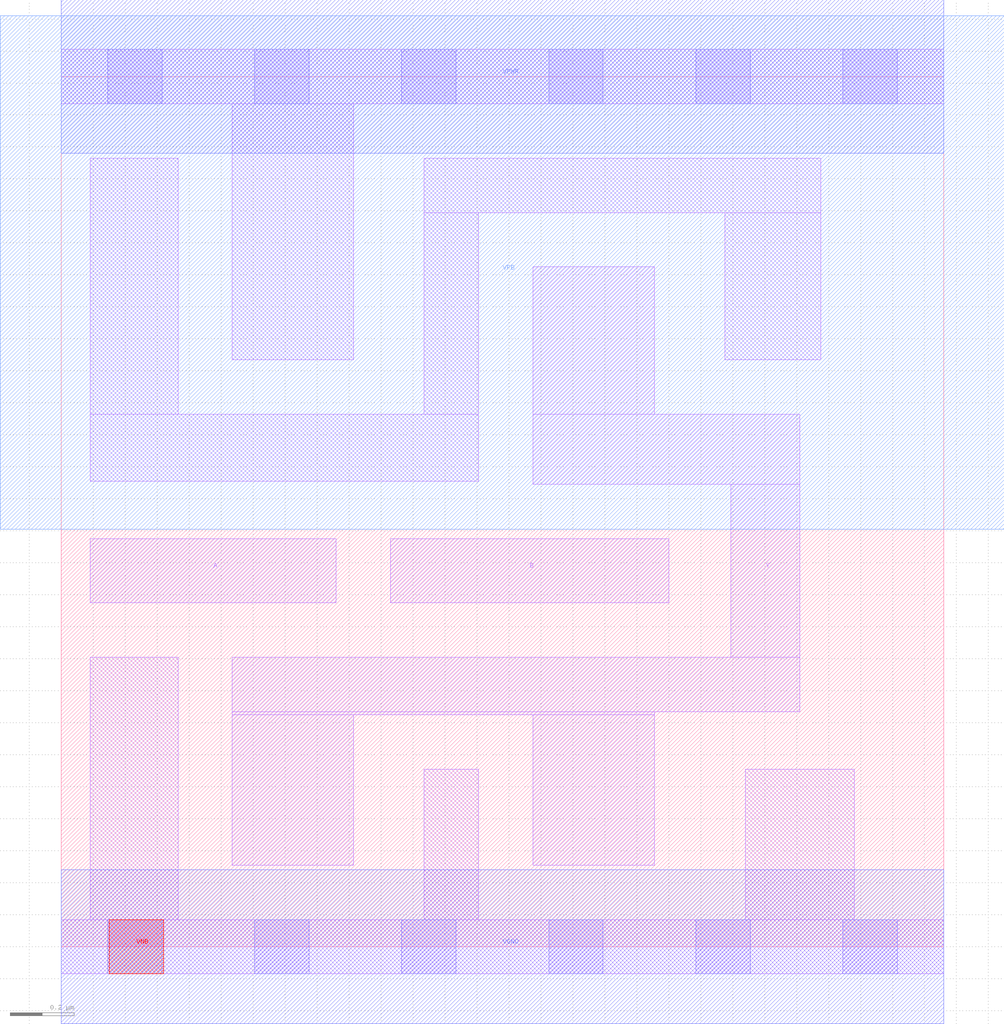
<source format=lef>
# Copyright 2020 The SkyWater PDK Authors
#
# Licensed under the Apache License, Version 2.0 (the "License");
# you may not use this file except in compliance with the License.
# You may obtain a copy of the License at
#
#     https://www.apache.org/licenses/LICENSE-2.0
#
# Unless required by applicable law or agreed to in writing, software
# distributed under the License is distributed on an "AS IS" BASIS,
# WITHOUT WARRANTIES OR CONDITIONS OF ANY KIND, either express or implied.
# See the License for the specific language governing permissions and
# limitations under the License.
#
# SPDX-License-Identifier: Apache-2.0

VERSION 5.7 ;
  NOWIREEXTENSIONATPIN ON ;
  DIVIDERCHAR "/" ;
  BUSBITCHARS "[]" ;
PROPERTYDEFINITIONS
  MACRO maskLayoutSubType STRING ;
  MACRO prCellType STRING ;
  MACRO originalViewName STRING ;
END PROPERTYDEFINITIONS
MACRO sky130_fd_sc_hdll__nor2_2
  CLASS CORE ;
  FOREIGN sky130_fd_sc_hdll__nor2_2 ;
  ORIGIN  0.000000  0.000000 ;
  SIZE  2.760000 BY  2.720000 ;
  SYMMETRY X Y R90 ;
  SITE unithd ;
  PIN A
    ANTENNAGATEAREA  0.555000 ;
    DIRECTION INPUT ;
    USE SIGNAL ;
    PORT
      LAYER li1 ;
        RECT 0.090000 1.075000 0.860000 1.275000 ;
    END
  END A
  PIN B
    ANTENNAGATEAREA  0.555000 ;
    DIRECTION INPUT ;
    USE SIGNAL ;
    PORT
      LAYER li1 ;
        RECT 1.030000 1.075000 1.900000 1.275000 ;
    END
  END B
  PIN VGND
    ANTENNADIFFAREA  0.601250 ;
    DIRECTION INOUT ;
    USE SIGNAL ;
    PORT
      LAYER met1 ;
        RECT 0.000000 -0.240000 2.760000 0.240000 ;
    END
  END VGND
  PIN VPWR
    ANTENNADIFFAREA  0.290000 ;
    DIRECTION INOUT ;
    USE SIGNAL ;
    PORT
      LAYER met1 ;
        RECT 0.000000 2.480000 2.760000 2.960000 ;
    END
  END VPWR
  PIN Y
    ANTENNADIFFAREA  0.771000 ;
    DIRECTION OUTPUT ;
    USE SIGNAL ;
    PORT
      LAYER li1 ;
        RECT 0.535000 0.255000 0.915000 0.725000 ;
        RECT 0.535000 0.725000 1.855000 0.735000 ;
        RECT 0.535000 0.735000 2.310000 0.905000 ;
        RECT 1.475000 0.255000 1.855000 0.725000 ;
        RECT 1.475000 1.445000 2.310000 1.665000 ;
        RECT 1.475000 1.665000 1.855000 2.125000 ;
        RECT 2.095000 0.905000 2.310000 1.445000 ;
    END
  END Y
  PIN VNB
    DIRECTION INOUT ;
    USE GROUND ;
    PORT
      LAYER pwell ;
        RECT 0.150000 -0.085000 0.320000 0.085000 ;
    END
  END VNB
  PIN VPB
    DIRECTION INOUT ;
    USE POWER ;
    PORT
      LAYER nwell ;
        RECT -0.190000 1.305000 2.950000 2.910000 ;
    END
  END VPB
  OBS
    LAYER li1 ;
      RECT 0.000000 -0.085000 2.760000 0.085000 ;
      RECT 0.000000  2.635000 2.760000 2.805000 ;
      RECT 0.090000  0.085000 0.365000 0.905000 ;
      RECT 0.090000  1.455000 1.305000 1.665000 ;
      RECT 0.090000  1.665000 0.365000 2.465000 ;
      RECT 0.535000  1.835000 0.915000 2.635000 ;
      RECT 1.135000  0.085000 1.305000 0.555000 ;
      RECT 1.135000  1.665000 1.305000 2.295000 ;
      RECT 1.135000  2.295000 2.375000 2.465000 ;
      RECT 2.075000  1.835000 2.375000 2.295000 ;
      RECT 2.140000  0.085000 2.480000 0.555000 ;
    LAYER mcon ;
      RECT 0.145000 -0.085000 0.315000 0.085000 ;
      RECT 0.145000  2.635000 0.315000 2.805000 ;
      RECT 0.605000 -0.085000 0.775000 0.085000 ;
      RECT 0.605000  2.635000 0.775000 2.805000 ;
      RECT 1.065000 -0.085000 1.235000 0.085000 ;
      RECT 1.065000  2.635000 1.235000 2.805000 ;
      RECT 1.525000 -0.085000 1.695000 0.085000 ;
      RECT 1.525000  2.635000 1.695000 2.805000 ;
      RECT 1.985000 -0.085000 2.155000 0.085000 ;
      RECT 1.985000  2.635000 2.155000 2.805000 ;
      RECT 2.445000 -0.085000 2.615000 0.085000 ;
      RECT 2.445000  2.635000 2.615000 2.805000 ;
  END
  PROPERTY maskLayoutSubType "abstract" ;
  PROPERTY prCellType "standard" ;
  PROPERTY originalViewName "layout" ;
END sky130_fd_sc_hdll__nor2_2
END LIBRARY

</source>
